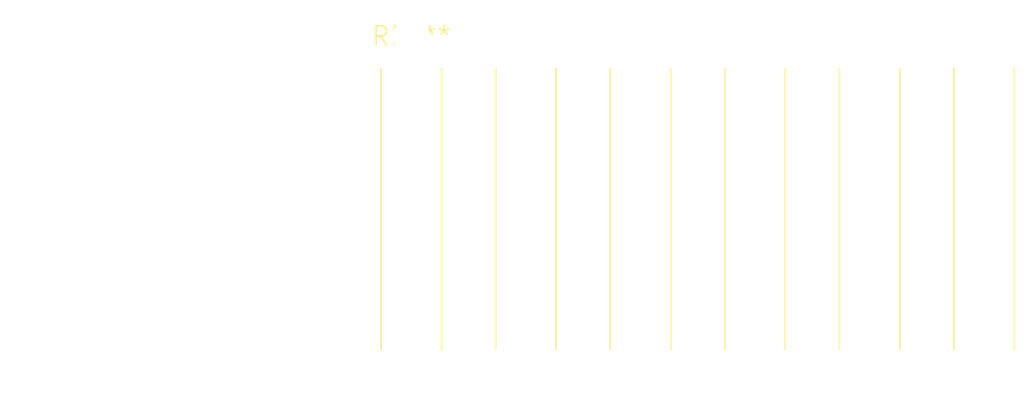
<source format=kicad_pcb>
(kicad_pcb (version 20240108) (generator pcbnew)
  (layers (0 "F.Cu" signal) (31 "B.Cu" signal) (34 "B.Paste" user) (35 "F.Paste" user) (36 "B.SilkS" user "B.Silkscreen") (37 "F.SilkS" user "F.Silkscreen") (38 "B.Mask" user) (39 "F.Mask" user) (44 "Edge.Cuts" user))
  (net 0 "")
  (footprint "SolderWire-2sqmm_1x06_P7.8mm_D2mm_OD3.9mm_Relief" (layer "F.Cu") (at 0 0)
    (property "Reference" "REF**")
    (property "Value" "SolderWire-2sqmm_1x06_P7.8mm_D2mm_OD3.9mm_Relief")
    (fp_line (start -2.06 2.21) (end -2.06 21.34) (layer "F.SilkS") (stroke (width 0.12)))
    (fp_line (start 2.06 2.21) (end 2.06 21.34) (layer "F.SilkS") (stroke (width 0.12)))
    (fp_line (start 5.74 2.21) (end 5.74 21.34) (layer "F.SilkS") (stroke (width 0.12)))
    (fp_line (start 9.86 2.21) (end 9.86 21.34) (layer "F.SilkS") (stroke (width 0.12)))
    (fp_line (start 13.54 2.21) (end 13.54 21.34) (layer "F.SilkS") (stroke (width 0.12)))
    (fp_line (start 17.66 2.21) (end 17.66 21.34) (layer "F.SilkS") (stroke (width 0.12)))
    (fp_line (start 21.34 2.21) (end 21.34 21.34) (layer "F.SilkS") (stroke (width 0.12)))
    (fp_line (start 25.46 2.21) (end 25.46 21.34) (layer "F.SilkS") (stroke (width 0.12)))
    (fp_line (start 29.14 2.21) (end 29.14 21.34) (layer "F.SilkS") (stroke (width 0.12)))
    (fp_line (start 33.26 2.21) (end 33.26 21.34) (layer "F.SilkS") (stroke (width 0.12)))
    (fp_line (start 36.94 2.21) (end 36.94 21.34) (layer "F.SilkS") (stroke (width 0.12)))
    (fp_line (start 41.06 2.21) (end 41.06 21.34) (layer "F.SilkS") (stroke (width 0.12)))
    (pad "" np_thru_hole circle (at 0 23.4) (size 4.4 4.4) (drill 4.4) (layers *.Cu *.Mask))
    (pad "" np_thru_hole circle (at 7.8 23.4) (size 4.4 4.4) (drill 4.4) (layers *.Cu *.Mask))
    (pad "" np_thru_hole circle (at 15.6 23.4) (size 4.4 4.4) (drill 4.4) (layers *.Cu *.Mask))
    (pad "" np_thru_hole circle (at 23.4 23.4) (size 4.4 4.4) (drill 4.4) (layers *.Cu *.Mask))
    (pad "" np_thru_hole circle (at 31.2 23.4) (size 4.4 4.4) (drill 4.4) (layers *.Cu *.Mask))
    (pad "" np_thru_hole circle (at 39 23.4) (size 4.4 4.4) (drill 4.4) (layers *.Cu *.Mask))
    (pad "1" thru_hole roundrect (at 0 0) (size 3.9 3.9) (drill 2.5) (layers *.Cu *.Mask) (remove_unused_layers) (roundrect_rratio 0.064103))
    (pad "2" thru_hole circle (at 7.8 0) (size 3.9 3.9) (drill 2.5) (layers *.Cu *.Mask) (remove_unused_layers))
    (pad "3" thru_hole circle (at 15.6 0) (size 3.9 3.9) (drill 2.5) (layers *.Cu *.Mask) (remove_unused_layers))
    (pad "4" thru_hole circle (at 23.4 0) (size 3.9 3.9) (drill 2.5) (layers *.Cu *.Mask) (remove_unused_layers))
    (pad "5" thru_hole circle (at 31.2 0) (size 3.9 3.9) (drill 2.5) (layers *.Cu *.Mask) (remove_unused_layers))
    (pad "6" thru_hole circle (at 39 0) (size 3.9 3.9) (drill 2.5) (layers *.Cu *.Mask) (remove_unused_layers))
  )
)
</source>
